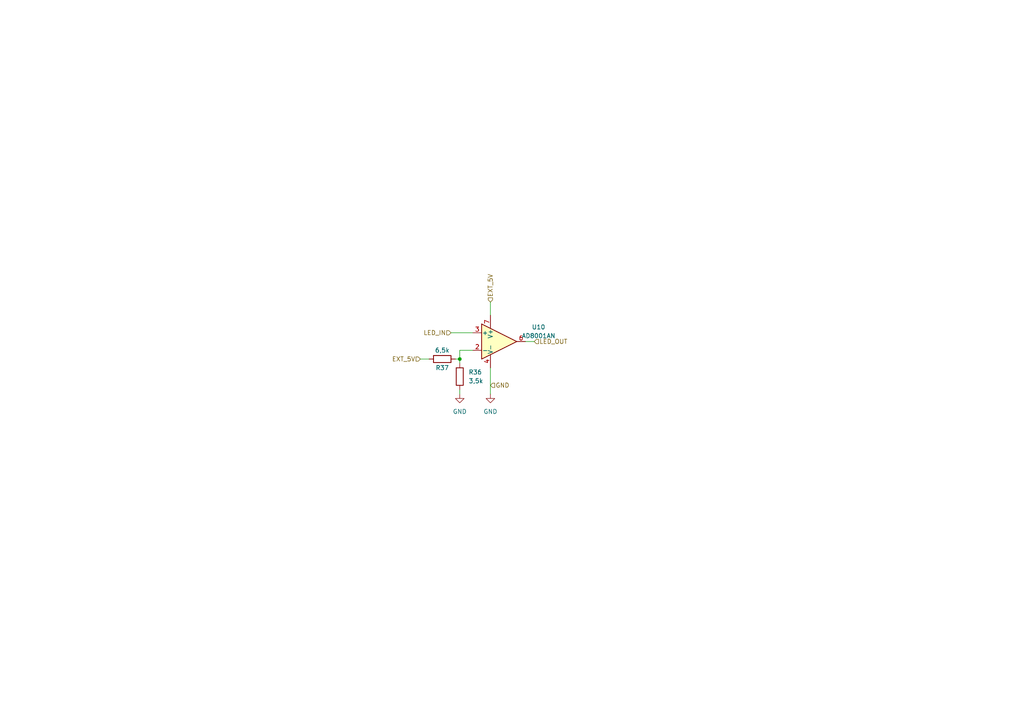
<source format=kicad_sch>
(kicad_sch (version 20230121) (generator eeschema)

  (uuid 43faf527-8fa4-4e9a-a7f6-b198e610c8db)

  (paper "A4")

  (title_block
    (rev "1")
  )

  (lib_symbols
    (symbol "Amplifier_Operational:AD8001AN" (pin_names (offset 0.127)) (in_bom yes) (on_board yes)
      (property "Reference" "U" (at 0 6.35 0)
        (effects (font (size 1.27 1.27)) (justify left))
      )
      (property "Value" "AD8001AN" (at 0 3.81 0)
        (effects (font (size 1.27 1.27)) (justify left))
      )
      (property "Footprint" "Package_DIP:DIP-8_W7.62mm" (at -2.54 -5.08 0)
        (effects (font (size 1.27 1.27)) (justify left) hide)
      )
      (property "Datasheet" "https://www.analog.com/media/en/technical-documentation/data-sheets/ad8001.pdf" (at 3.81 3.81 0)
        (effects (font (size 1.27 1.27)) hide)
      )
      (property "ki_keywords" "single opamp" (at 0 0 0)
        (effects (font (size 1.27 1.27)) hide)
      )
      (property "ki_description" "Current Feedback Amplifier, 800 MHz, 50mW, DIP-8" (at 0 0 0)
        (effects (font (size 1.27 1.27)) hide)
      )
      (property "ki_fp_filters" "DIP*W7.62mm*" (at 0 0 0)
        (effects (font (size 1.27 1.27)) hide)
      )
      (symbol "AD8001AN_0_1"
        (polyline
          (pts
            (xy -5.08 5.08)
            (xy 5.08 0)
            (xy -5.08 -5.08)
            (xy -5.08 5.08)
          )
          (stroke (width 0.254) (type default))
          (fill (type background))
        )
      )
      (symbol "AD8001AN_1_1"
        (pin no_connect line (at -5.08 -2.54 90) (length 2.54) hide
          (name "NC" (effects (font (size 1.27 1.27))))
          (number "1" (effects (font (size 1.27 1.27))))
        )
        (pin input line (at -7.62 -2.54 0) (length 2.54)
          (name "-" (effects (font (size 1.27 1.27))))
          (number "2" (effects (font (size 1.27 1.27))))
        )
        (pin input line (at -7.62 2.54 0) (length 2.54)
          (name "+" (effects (font (size 1.27 1.27))))
          (number "3" (effects (font (size 1.27 1.27))))
        )
        (pin power_in line (at -2.54 -7.62 90) (length 3.81)
          (name "V-" (effects (font (size 1.27 1.27))))
          (number "4" (effects (font (size 1.27 1.27))))
        )
        (pin no_connect line (at -2.54 -2.54 90) (length 2.54) hide
          (name "NC" (effects (font (size 1.27 1.27))))
          (number "5" (effects (font (size 1.27 1.27))))
        )
        (pin output line (at 7.62 0 180) (length 2.54)
          (name "~" (effects (font (size 1.27 1.27))))
          (number "6" (effects (font (size 1.27 1.27))))
        )
        (pin power_in line (at -2.54 7.62 270) (length 3.81)
          (name "V+" (effects (font (size 1.27 1.27))))
          (number "7" (effects (font (size 1.27 1.27))))
        )
        (pin no_connect line (at 0 -2.54 90) (length 2.54) hide
          (name "NC" (effects (font (size 1.27 1.27))))
          (number "8" (effects (font (size 1.27 1.27))))
        )
      )
    )
    (symbol "Device:R" (pin_numbers hide) (pin_names (offset 0)) (in_bom yes) (on_board yes)
      (property "Reference" "R" (at 2.032 0 90)
        (effects (font (size 1.27 1.27)))
      )
      (property "Value" "R" (at 0 0 90)
        (effects (font (size 1.27 1.27)))
      )
      (property "Footprint" "" (at -1.778 0 90)
        (effects (font (size 1.27 1.27)) hide)
      )
      (property "Datasheet" "~" (at 0 0 0)
        (effects (font (size 1.27 1.27)) hide)
      )
      (property "ki_keywords" "R res resistor" (at 0 0 0)
        (effects (font (size 1.27 1.27)) hide)
      )
      (property "ki_description" "Resistor" (at 0 0 0)
        (effects (font (size 1.27 1.27)) hide)
      )
      (property "ki_fp_filters" "R_*" (at 0 0 0)
        (effects (font (size 1.27 1.27)) hide)
      )
      (symbol "R_0_1"
        (rectangle (start -1.016 -2.54) (end 1.016 2.54)
          (stroke (width 0.254) (type default))
          (fill (type none))
        )
      )
      (symbol "R_1_1"
        (pin passive line (at 0 3.81 270) (length 1.27)
          (name "~" (effects (font (size 1.27 1.27))))
          (number "1" (effects (font (size 1.27 1.27))))
        )
        (pin passive line (at 0 -3.81 90) (length 1.27)
          (name "~" (effects (font (size 1.27 1.27))))
          (number "2" (effects (font (size 1.27 1.27))))
        )
      )
    )
    (symbol "power:GND" (power) (pin_names (offset 0)) (in_bom yes) (on_board yes)
      (property "Reference" "#PWR" (at 0 -6.35 0)
        (effects (font (size 1.27 1.27)) hide)
      )
      (property "Value" "GND" (at 0 -3.81 0)
        (effects (font (size 1.27 1.27)))
      )
      (property "Footprint" "" (at 0 0 0)
        (effects (font (size 1.27 1.27)) hide)
      )
      (property "Datasheet" "" (at 0 0 0)
        (effects (font (size 1.27 1.27)) hide)
      )
      (property "ki_keywords" "global power" (at 0 0 0)
        (effects (font (size 1.27 1.27)) hide)
      )
      (property "ki_description" "Power symbol creates a global label with name \"GND\" , ground" (at 0 0 0)
        (effects (font (size 1.27 1.27)) hide)
      )
      (symbol "GND_0_1"
        (polyline
          (pts
            (xy 0 0)
            (xy 0 -1.27)
            (xy 1.27 -1.27)
            (xy 0 -2.54)
            (xy -1.27 -1.27)
            (xy 0 -1.27)
          )
          (stroke (width 0) (type default))
          (fill (type none))
        )
      )
      (symbol "GND_1_1"
        (pin power_in line (at 0 0 270) (length 0) hide
          (name "GND" (effects (font (size 1.27 1.27))))
          (number "1" (effects (font (size 1.27 1.27))))
        )
      )
    )
  )

  (junction (at 133.35 104.14) (diameter 0) (color 0 0 0 0)
    (uuid 17a3f424-66bd-4b8a-bcdc-b04b68d4c316)
  )

  (wire (pts (xy 152.4 99.06) (xy 154.94 99.06))
    (stroke (width 0) (type default))
    (uuid 2abdfb8c-e2de-4faa-8c49-6f759c44387c)
  )
  (wire (pts (xy 137.16 101.6) (xy 133.35 101.6))
    (stroke (width 0) (type default))
    (uuid 4a1c6211-843a-4bab-a007-6fedea2c14cd)
  )
  (wire (pts (xy 133.35 104.14) (xy 132.08 104.14))
    (stroke (width 0) (type default))
    (uuid 4efc5518-ac72-490c-a81e-df9414c21b04)
  )
  (wire (pts (xy 133.35 105.41) (xy 133.35 104.14))
    (stroke (width 0) (type default))
    (uuid 8d9ab941-5f3d-46c9-b0cb-2ef9beaa6550)
  )
  (wire (pts (xy 130.81 96.52) (xy 137.16 96.52))
    (stroke (width 0) (type default))
    (uuid 9293cd54-4681-4156-a66c-53999edcf366)
  )
  (wire (pts (xy 133.35 101.6) (xy 133.35 104.14))
    (stroke (width 0) (type default))
    (uuid a15030d6-9ca4-4838-b8f3-8f7b64eae0c2)
  )
  (wire (pts (xy 142.24 114.3) (xy 142.24 106.68))
    (stroke (width 0) (type default))
    (uuid b28d47aa-eaf0-4637-b818-1f08eb1a940f)
  )
  (wire (pts (xy 133.35 113.03) (xy 133.35 114.3))
    (stroke (width 0) (type default))
    (uuid be89acbd-f8f2-4b1d-ab5b-39c58c97bffc)
  )
  (wire (pts (xy 142.24 87.63) (xy 142.24 91.44))
    (stroke (width 0) (type default))
    (uuid d6faf873-0e81-47e6-a6a3-209467482225)
  )
  (wire (pts (xy 121.92 104.14) (xy 124.46 104.14))
    (stroke (width 0) (type default))
    (uuid ec1c134f-81fa-434d-ae51-ae569196bace)
  )

  (hierarchical_label "LED_OUT" (shape input) (at 154.94 99.06 0) (fields_autoplaced)
    (effects (font (size 1.27 1.27)) (justify left))
    (uuid 550833c3-babb-4ca3-b272-54a623b9ee9a)
  )
  (hierarchical_label "LED_IN" (shape input) (at 130.81 96.52 180) (fields_autoplaced)
    (effects (font (size 1.27 1.27)) (justify right))
    (uuid 98cd4fc6-5c1f-41d8-ab20-db80aded6782)
  )
  (hierarchical_label "GND" (shape input) (at 142.24 111.76 0) (fields_autoplaced)
    (effects (font (size 1.27 1.27)) (justify left))
    (uuid d419c38c-8cec-41a4-a688-e68e64ee6bda)
  )
  (hierarchical_label "EXT_5V" (shape input) (at 142.24 87.63 90) (fields_autoplaced)
    (effects (font (size 1.27 1.27)) (justify left))
    (uuid e51f982a-053e-448f-8f44-1797dcb8d363)
  )
  (hierarchical_label "EXT_5V" (shape input) (at 121.92 104.14 180) (fields_autoplaced)
    (effects (font (size 1.27 1.27)) (justify right))
    (uuid fb25388d-baa6-4ce5-8323-4e9f2521d160)
  )

  (symbol (lib_id "Device:R") (at 128.27 104.14 90) (unit 1)
    (in_bom yes) (on_board yes) (dnp no)
    (uuid 04464195-27a4-49a7-a3a5-d8c3252c9e31)
    (property "Reference" "R37" (at 128.27 106.68 90)
      (effects (font (size 1.27 1.27)))
    )
    (property "Value" "6,5k" (at 128.27 101.6 90)
      (effects (font (size 1.27 1.27)))
    )
    (property "Footprint" "Resistor_SMD:R_0603_1608Metric_Pad0.98x0.95mm_HandSolder" (at 128.27 105.918 90)
      (effects (font (size 1.27 1.27)) hide)
    )
    (property "Datasheet" "~" (at 128.27 104.14 0)
      (effects (font (size 1.27 1.27)) hide)
    )
    (pin "1" (uuid 3169cfbb-baab-46e0-90b1-736322812983))
    (pin "2" (uuid c5b80698-4826-4f55-83af-e48177a1d8e3))
    (instances
      (project "fred_v3"
        (path "/210292b2-d6ba-424c-bd40-e4a2be18eb8d/0e3fc8cf-969d-492f-823d-ed0765038f7e/f5890d99-36f2-44b0-a348-bb4b7a458d74"
          (reference "R37") (unit 1)
        )
      )
    )
  )

  (symbol (lib_id "Amplifier_Operational:AD8001AN") (at 144.78 99.06 0) (unit 1)
    (in_bom yes) (on_board yes) (dnp no) (fields_autoplaced)
    (uuid 36943e4e-f554-45e7-a54b-ff0ed295a90c)
    (property "Reference" "U10" (at 156.21 94.8691 0)
      (effects (font (size 1.27 1.27)))
    )
    (property "Value" "AD8001AN" (at 156.21 97.4091 0)
      (effects (font (size 1.27 1.27)))
    )
    (property "Footprint" "Package_DIP:DIP-8_W7.62mm" (at 142.24 104.14 0)
      (effects (font (size 1.27 1.27)) (justify left) hide)
    )
    (property "Datasheet" "https://www.analog.com/media/en/technical-documentation/data-sheets/ad8001.pdf" (at 148.59 95.25 0)
      (effects (font (size 1.27 1.27)) hide)
    )
    (pin "1" (uuid 85593fe1-2a23-489d-9329-4b26d20c99e0))
    (pin "2" (uuid 37169420-2c6c-4c95-ab5f-a7bc0c32b0f3))
    (pin "3" (uuid 157cc3f1-5c35-448c-aad6-5b69c23f81e1))
    (pin "4" (uuid 6e22dfc2-0ae9-4615-ab8f-2246b19d0f32))
    (pin "5" (uuid 88f6f534-a552-4564-8722-c66de79118f3))
    (pin "6" (uuid 8e3eaef4-e4bf-4e00-92c6-61d74716961f))
    (pin "7" (uuid 2988e581-db6e-4fbf-a396-1675e2f1ac66))
    (pin "8" (uuid 93c82c99-a9aa-4bf8-ae01-4f634677f0c2))
    (instances
      (project "fred_v3"
        (path "/210292b2-d6ba-424c-bd40-e4a2be18eb8d/0e3fc8cf-969d-492f-823d-ed0765038f7e/f5890d99-36f2-44b0-a348-bb4b7a458d74"
          (reference "U10") (unit 1)
        )
      )
    )
  )

  (symbol (lib_id "power:GND") (at 142.24 114.3 0) (unit 1)
    (in_bom yes) (on_board yes) (dnp no) (fields_autoplaced)
    (uuid 5c1d6467-2567-4e07-a4a4-4161b16c7918)
    (property "Reference" "#PWR069" (at 142.24 120.65 0)
      (effects (font (size 1.27 1.27)) hide)
    )
    (property "Value" "GND" (at 142.24 119.38 0)
      (effects (font (size 1.27 1.27)))
    )
    (property "Footprint" "" (at 142.24 114.3 0)
      (effects (font (size 1.27 1.27)) hide)
    )
    (property "Datasheet" "" (at 142.24 114.3 0)
      (effects (font (size 1.27 1.27)) hide)
    )
    (pin "1" (uuid c04bcc29-f7b5-496d-bda6-45e7f18608a9))
    (instances
      (project "fred_v3"
        (path "/210292b2-d6ba-424c-bd40-e4a2be18eb8d/0e3fc8cf-969d-492f-823d-ed0765038f7e/f5890d99-36f2-44b0-a348-bb4b7a458d74"
          (reference "#PWR069") (unit 1)
        )
      )
    )
  )

  (symbol (lib_id "power:GND") (at 133.35 114.3 0) (unit 1)
    (in_bom yes) (on_board yes) (dnp no) (fields_autoplaced)
    (uuid 66727ee8-0b4c-4ddc-968a-96f950eebb1d)
    (property "Reference" "#PWR068" (at 133.35 120.65 0)
      (effects (font (size 1.27 1.27)) hide)
    )
    (property "Value" "GND" (at 133.35 119.38 0)
      (effects (font (size 1.27 1.27)))
    )
    (property "Footprint" "" (at 133.35 114.3 0)
      (effects (font (size 1.27 1.27)) hide)
    )
    (property "Datasheet" "" (at 133.35 114.3 0)
      (effects (font (size 1.27 1.27)) hide)
    )
    (pin "1" (uuid 82f822bf-c4a6-4330-aed4-fc2f86a139b0))
    (instances
      (project "fred_v3"
        (path "/210292b2-d6ba-424c-bd40-e4a2be18eb8d/0e3fc8cf-969d-492f-823d-ed0765038f7e/f5890d99-36f2-44b0-a348-bb4b7a458d74"
          (reference "#PWR068") (unit 1)
        )
      )
    )
  )

  (symbol (lib_id "Device:R") (at 133.35 109.22 0) (unit 1)
    (in_bom yes) (on_board yes) (dnp no) (fields_autoplaced)
    (uuid 712119b7-7024-404e-9ae2-36c4e5f2d14e)
    (property "Reference" "R36" (at 135.89 107.95 0)
      (effects (font (size 1.27 1.27)) (justify left))
    )
    (property "Value" "3,5k" (at 135.89 110.49 0)
      (effects (font (size 1.27 1.27)) (justify left))
    )
    (property "Footprint" "Resistor_SMD:R_0603_1608Metric_Pad0.98x0.95mm_HandSolder" (at 131.572 109.22 90)
      (effects (font (size 1.27 1.27)) hide)
    )
    (property "Datasheet" "~" (at 133.35 109.22 0)
      (effects (font (size 1.27 1.27)) hide)
    )
    (pin "1" (uuid 324b006c-e860-43e3-8716-4eb959c33130))
    (pin "2" (uuid eaedd262-19eb-4f44-b3b9-06394dde0a75))
    (instances
      (project "fred_v3"
        (path "/210292b2-d6ba-424c-bd40-e4a2be18eb8d/0e3fc8cf-969d-492f-823d-ed0765038f7e/f5890d99-36f2-44b0-a348-bb4b7a458d74"
          (reference "R36") (unit 1)
        )
      )
    )
  )
)

</source>
